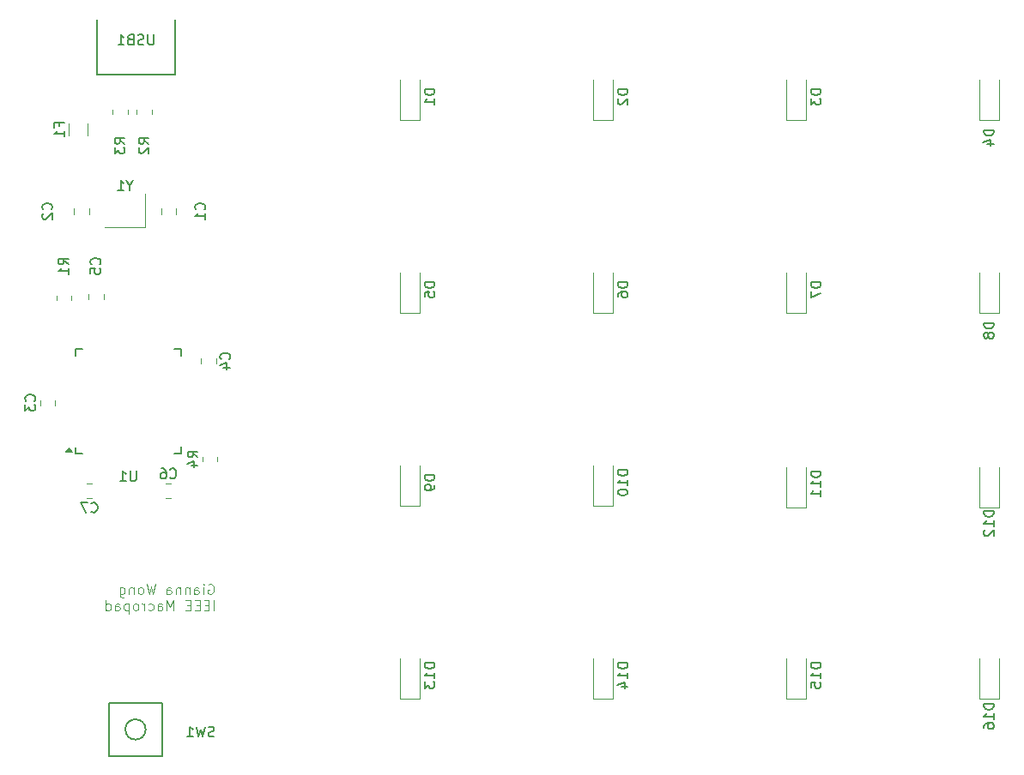
<source format=gbr>
%TF.GenerationSoftware,KiCad,Pcbnew,8.0.0*%
%TF.CreationDate,2025-01-29T17:19:00-08:00*%
%TF.ProjectId,IEEE-Macropad,49454545-2d4d-4616-9372-6f7061642e6b,rev?*%
%TF.SameCoordinates,Original*%
%TF.FileFunction,Legend,Bot*%
%TF.FilePolarity,Positive*%
%FSLAX46Y46*%
G04 Gerber Fmt 4.6, Leading zero omitted, Abs format (unit mm)*
G04 Created by KiCad (PCBNEW 8.0.0) date 2025-01-29 17:19:00*
%MOMM*%
%LPD*%
G01*
G04 APERTURE LIST*
%ADD10C,0.100000*%
%ADD11C,0.150000*%
%ADD12C,0.120000*%
G04 APERTURE END LIST*
D10*
X145222306Y-82241344D02*
X145317544Y-82193725D01*
X145317544Y-82193725D02*
X145460401Y-82193725D01*
X145460401Y-82193725D02*
X145603258Y-82241344D01*
X145603258Y-82241344D02*
X145698496Y-82336582D01*
X145698496Y-82336582D02*
X145746115Y-82431820D01*
X145746115Y-82431820D02*
X145793734Y-82622296D01*
X145793734Y-82622296D02*
X145793734Y-82765153D01*
X145793734Y-82765153D02*
X145746115Y-82955629D01*
X145746115Y-82955629D02*
X145698496Y-83050867D01*
X145698496Y-83050867D02*
X145603258Y-83146106D01*
X145603258Y-83146106D02*
X145460401Y-83193725D01*
X145460401Y-83193725D02*
X145365163Y-83193725D01*
X145365163Y-83193725D02*
X145222306Y-83146106D01*
X145222306Y-83146106D02*
X145174687Y-83098486D01*
X145174687Y-83098486D02*
X145174687Y-82765153D01*
X145174687Y-82765153D02*
X145365163Y-82765153D01*
X144746115Y-83193725D02*
X144746115Y-82527058D01*
X144746115Y-82193725D02*
X144793734Y-82241344D01*
X144793734Y-82241344D02*
X144746115Y-82288963D01*
X144746115Y-82288963D02*
X144698496Y-82241344D01*
X144698496Y-82241344D02*
X144746115Y-82193725D01*
X144746115Y-82193725D02*
X144746115Y-82288963D01*
X143841354Y-83193725D02*
X143841354Y-82669915D01*
X143841354Y-82669915D02*
X143888973Y-82574677D01*
X143888973Y-82574677D02*
X143984211Y-82527058D01*
X143984211Y-82527058D02*
X144174687Y-82527058D01*
X144174687Y-82527058D02*
X144269925Y-82574677D01*
X143841354Y-83146106D02*
X143936592Y-83193725D01*
X143936592Y-83193725D02*
X144174687Y-83193725D01*
X144174687Y-83193725D02*
X144269925Y-83146106D01*
X144269925Y-83146106D02*
X144317544Y-83050867D01*
X144317544Y-83050867D02*
X144317544Y-82955629D01*
X144317544Y-82955629D02*
X144269925Y-82860391D01*
X144269925Y-82860391D02*
X144174687Y-82812772D01*
X144174687Y-82812772D02*
X143936592Y-82812772D01*
X143936592Y-82812772D02*
X143841354Y-82765153D01*
X143365163Y-82527058D02*
X143365163Y-83193725D01*
X143365163Y-82622296D02*
X143317544Y-82574677D01*
X143317544Y-82574677D02*
X143222306Y-82527058D01*
X143222306Y-82527058D02*
X143079449Y-82527058D01*
X143079449Y-82527058D02*
X142984211Y-82574677D01*
X142984211Y-82574677D02*
X142936592Y-82669915D01*
X142936592Y-82669915D02*
X142936592Y-83193725D01*
X142460401Y-82527058D02*
X142460401Y-83193725D01*
X142460401Y-82622296D02*
X142412782Y-82574677D01*
X142412782Y-82574677D02*
X142317544Y-82527058D01*
X142317544Y-82527058D02*
X142174687Y-82527058D01*
X142174687Y-82527058D02*
X142079449Y-82574677D01*
X142079449Y-82574677D02*
X142031830Y-82669915D01*
X142031830Y-82669915D02*
X142031830Y-83193725D01*
X141127068Y-83193725D02*
X141127068Y-82669915D01*
X141127068Y-82669915D02*
X141174687Y-82574677D01*
X141174687Y-82574677D02*
X141269925Y-82527058D01*
X141269925Y-82527058D02*
X141460401Y-82527058D01*
X141460401Y-82527058D02*
X141555639Y-82574677D01*
X141127068Y-83146106D02*
X141222306Y-83193725D01*
X141222306Y-83193725D02*
X141460401Y-83193725D01*
X141460401Y-83193725D02*
X141555639Y-83146106D01*
X141555639Y-83146106D02*
X141603258Y-83050867D01*
X141603258Y-83050867D02*
X141603258Y-82955629D01*
X141603258Y-82955629D02*
X141555639Y-82860391D01*
X141555639Y-82860391D02*
X141460401Y-82812772D01*
X141460401Y-82812772D02*
X141222306Y-82812772D01*
X141222306Y-82812772D02*
X141127068Y-82765153D01*
X139984210Y-82193725D02*
X139746115Y-83193725D01*
X139746115Y-83193725D02*
X139555639Y-82479439D01*
X139555639Y-82479439D02*
X139365163Y-83193725D01*
X139365163Y-83193725D02*
X139127068Y-82193725D01*
X138603258Y-83193725D02*
X138698496Y-83146106D01*
X138698496Y-83146106D02*
X138746115Y-83098486D01*
X138746115Y-83098486D02*
X138793734Y-83003248D01*
X138793734Y-83003248D02*
X138793734Y-82717534D01*
X138793734Y-82717534D02*
X138746115Y-82622296D01*
X138746115Y-82622296D02*
X138698496Y-82574677D01*
X138698496Y-82574677D02*
X138603258Y-82527058D01*
X138603258Y-82527058D02*
X138460401Y-82527058D01*
X138460401Y-82527058D02*
X138365163Y-82574677D01*
X138365163Y-82574677D02*
X138317544Y-82622296D01*
X138317544Y-82622296D02*
X138269925Y-82717534D01*
X138269925Y-82717534D02*
X138269925Y-83003248D01*
X138269925Y-83003248D02*
X138317544Y-83098486D01*
X138317544Y-83098486D02*
X138365163Y-83146106D01*
X138365163Y-83146106D02*
X138460401Y-83193725D01*
X138460401Y-83193725D02*
X138603258Y-83193725D01*
X137841353Y-82527058D02*
X137841353Y-83193725D01*
X137841353Y-82622296D02*
X137793734Y-82574677D01*
X137793734Y-82574677D02*
X137698496Y-82527058D01*
X137698496Y-82527058D02*
X137555639Y-82527058D01*
X137555639Y-82527058D02*
X137460401Y-82574677D01*
X137460401Y-82574677D02*
X137412782Y-82669915D01*
X137412782Y-82669915D02*
X137412782Y-83193725D01*
X136508020Y-82527058D02*
X136508020Y-83336582D01*
X136508020Y-83336582D02*
X136555639Y-83431820D01*
X136555639Y-83431820D02*
X136603258Y-83479439D01*
X136603258Y-83479439D02*
X136698496Y-83527058D01*
X136698496Y-83527058D02*
X136841353Y-83527058D01*
X136841353Y-83527058D02*
X136936591Y-83479439D01*
X136508020Y-83146106D02*
X136603258Y-83193725D01*
X136603258Y-83193725D02*
X136793734Y-83193725D01*
X136793734Y-83193725D02*
X136888972Y-83146106D01*
X136888972Y-83146106D02*
X136936591Y-83098486D01*
X136936591Y-83098486D02*
X136984210Y-83003248D01*
X136984210Y-83003248D02*
X136984210Y-82717534D01*
X136984210Y-82717534D02*
X136936591Y-82622296D01*
X136936591Y-82622296D02*
X136888972Y-82574677D01*
X136888972Y-82574677D02*
X136793734Y-82527058D01*
X136793734Y-82527058D02*
X136603258Y-82527058D01*
X136603258Y-82527058D02*
X136508020Y-82574677D01*
X145746115Y-84803669D02*
X145746115Y-83803669D01*
X145269925Y-84279859D02*
X144936592Y-84279859D01*
X144793735Y-84803669D02*
X145269925Y-84803669D01*
X145269925Y-84803669D02*
X145269925Y-83803669D01*
X145269925Y-83803669D02*
X144793735Y-83803669D01*
X144365163Y-84279859D02*
X144031830Y-84279859D01*
X143888973Y-84803669D02*
X144365163Y-84803669D01*
X144365163Y-84803669D02*
X144365163Y-83803669D01*
X144365163Y-83803669D02*
X143888973Y-83803669D01*
X143460401Y-84279859D02*
X143127068Y-84279859D01*
X142984211Y-84803669D02*
X143460401Y-84803669D01*
X143460401Y-84803669D02*
X143460401Y-83803669D01*
X143460401Y-83803669D02*
X142984211Y-83803669D01*
X141793734Y-84803669D02*
X141793734Y-83803669D01*
X141793734Y-83803669D02*
X141460401Y-84517954D01*
X141460401Y-84517954D02*
X141127068Y-83803669D01*
X141127068Y-83803669D02*
X141127068Y-84803669D01*
X140222306Y-84803669D02*
X140222306Y-84279859D01*
X140222306Y-84279859D02*
X140269925Y-84184621D01*
X140269925Y-84184621D02*
X140365163Y-84137002D01*
X140365163Y-84137002D02*
X140555639Y-84137002D01*
X140555639Y-84137002D02*
X140650877Y-84184621D01*
X140222306Y-84756050D02*
X140317544Y-84803669D01*
X140317544Y-84803669D02*
X140555639Y-84803669D01*
X140555639Y-84803669D02*
X140650877Y-84756050D01*
X140650877Y-84756050D02*
X140698496Y-84660811D01*
X140698496Y-84660811D02*
X140698496Y-84565573D01*
X140698496Y-84565573D02*
X140650877Y-84470335D01*
X140650877Y-84470335D02*
X140555639Y-84422716D01*
X140555639Y-84422716D02*
X140317544Y-84422716D01*
X140317544Y-84422716D02*
X140222306Y-84375097D01*
X139317544Y-84756050D02*
X139412782Y-84803669D01*
X139412782Y-84803669D02*
X139603258Y-84803669D01*
X139603258Y-84803669D02*
X139698496Y-84756050D01*
X139698496Y-84756050D02*
X139746115Y-84708430D01*
X139746115Y-84708430D02*
X139793734Y-84613192D01*
X139793734Y-84613192D02*
X139793734Y-84327478D01*
X139793734Y-84327478D02*
X139746115Y-84232240D01*
X139746115Y-84232240D02*
X139698496Y-84184621D01*
X139698496Y-84184621D02*
X139603258Y-84137002D01*
X139603258Y-84137002D02*
X139412782Y-84137002D01*
X139412782Y-84137002D02*
X139317544Y-84184621D01*
X138888972Y-84803669D02*
X138888972Y-84137002D01*
X138888972Y-84327478D02*
X138841353Y-84232240D01*
X138841353Y-84232240D02*
X138793734Y-84184621D01*
X138793734Y-84184621D02*
X138698496Y-84137002D01*
X138698496Y-84137002D02*
X138603258Y-84137002D01*
X138127067Y-84803669D02*
X138222305Y-84756050D01*
X138222305Y-84756050D02*
X138269924Y-84708430D01*
X138269924Y-84708430D02*
X138317543Y-84613192D01*
X138317543Y-84613192D02*
X138317543Y-84327478D01*
X138317543Y-84327478D02*
X138269924Y-84232240D01*
X138269924Y-84232240D02*
X138222305Y-84184621D01*
X138222305Y-84184621D02*
X138127067Y-84137002D01*
X138127067Y-84137002D02*
X137984210Y-84137002D01*
X137984210Y-84137002D02*
X137888972Y-84184621D01*
X137888972Y-84184621D02*
X137841353Y-84232240D01*
X137841353Y-84232240D02*
X137793734Y-84327478D01*
X137793734Y-84327478D02*
X137793734Y-84613192D01*
X137793734Y-84613192D02*
X137841353Y-84708430D01*
X137841353Y-84708430D02*
X137888972Y-84756050D01*
X137888972Y-84756050D02*
X137984210Y-84803669D01*
X137984210Y-84803669D02*
X138127067Y-84803669D01*
X137365162Y-84137002D02*
X137365162Y-85137002D01*
X137365162Y-84184621D02*
X137269924Y-84137002D01*
X137269924Y-84137002D02*
X137079448Y-84137002D01*
X137079448Y-84137002D02*
X136984210Y-84184621D01*
X136984210Y-84184621D02*
X136936591Y-84232240D01*
X136936591Y-84232240D02*
X136888972Y-84327478D01*
X136888972Y-84327478D02*
X136888972Y-84613192D01*
X136888972Y-84613192D02*
X136936591Y-84708430D01*
X136936591Y-84708430D02*
X136984210Y-84756050D01*
X136984210Y-84756050D02*
X137079448Y-84803669D01*
X137079448Y-84803669D02*
X137269924Y-84803669D01*
X137269924Y-84803669D02*
X137365162Y-84756050D01*
X136031829Y-84803669D02*
X136031829Y-84279859D01*
X136031829Y-84279859D02*
X136079448Y-84184621D01*
X136079448Y-84184621D02*
X136174686Y-84137002D01*
X136174686Y-84137002D02*
X136365162Y-84137002D01*
X136365162Y-84137002D02*
X136460400Y-84184621D01*
X136031829Y-84756050D02*
X136127067Y-84803669D01*
X136127067Y-84803669D02*
X136365162Y-84803669D01*
X136365162Y-84803669D02*
X136460400Y-84756050D01*
X136460400Y-84756050D02*
X136508019Y-84660811D01*
X136508019Y-84660811D02*
X136508019Y-84565573D01*
X136508019Y-84565573D02*
X136460400Y-84470335D01*
X136460400Y-84470335D02*
X136365162Y-84422716D01*
X136365162Y-84422716D02*
X136127067Y-84422716D01*
X136127067Y-84422716D02*
X136031829Y-84375097D01*
X135127067Y-84803669D02*
X135127067Y-83803669D01*
X135127067Y-84756050D02*
X135222305Y-84803669D01*
X135222305Y-84803669D02*
X135412781Y-84803669D01*
X135412781Y-84803669D02*
X135508019Y-84756050D01*
X135508019Y-84756050D02*
X135555638Y-84708430D01*
X135555638Y-84708430D02*
X135603257Y-84613192D01*
X135603257Y-84613192D02*
X135603257Y-84327478D01*
X135603257Y-84327478D02*
X135555638Y-84232240D01*
X135555638Y-84232240D02*
X135508019Y-84184621D01*
X135508019Y-84184621D02*
X135412781Y-84137002D01*
X135412781Y-84137002D02*
X135222305Y-84137002D01*
X135222305Y-84137002D02*
X135127067Y-84184621D01*
D11*
X167554819Y-71430655D02*
X166554819Y-71430655D01*
X166554819Y-71430655D02*
X166554819Y-71668750D01*
X166554819Y-71668750D02*
X166602438Y-71811607D01*
X166602438Y-71811607D02*
X166697676Y-71906845D01*
X166697676Y-71906845D02*
X166792914Y-71954464D01*
X166792914Y-71954464D02*
X166983390Y-72002083D01*
X166983390Y-72002083D02*
X167126247Y-72002083D01*
X167126247Y-72002083D02*
X167316723Y-71954464D01*
X167316723Y-71954464D02*
X167411961Y-71906845D01*
X167411961Y-71906845D02*
X167507200Y-71811607D01*
X167507200Y-71811607D02*
X167554819Y-71668750D01*
X167554819Y-71668750D02*
X167554819Y-71430655D01*
X167554819Y-72478274D02*
X167554819Y-72668750D01*
X167554819Y-72668750D02*
X167507200Y-72763988D01*
X167507200Y-72763988D02*
X167459580Y-72811607D01*
X167459580Y-72811607D02*
X167316723Y-72906845D01*
X167316723Y-72906845D02*
X167126247Y-72954464D01*
X167126247Y-72954464D02*
X166745295Y-72954464D01*
X166745295Y-72954464D02*
X166650057Y-72906845D01*
X166650057Y-72906845D02*
X166602438Y-72859226D01*
X166602438Y-72859226D02*
X166554819Y-72763988D01*
X166554819Y-72763988D02*
X166554819Y-72573512D01*
X166554819Y-72573512D02*
X166602438Y-72478274D01*
X166602438Y-72478274D02*
X166650057Y-72430655D01*
X166650057Y-72430655D02*
X166745295Y-72383036D01*
X166745295Y-72383036D02*
X166983390Y-72383036D01*
X166983390Y-72383036D02*
X167078628Y-72430655D01*
X167078628Y-72430655D02*
X167126247Y-72478274D01*
X167126247Y-72478274D02*
X167173866Y-72573512D01*
X167173866Y-72573512D02*
X167173866Y-72763988D01*
X167173866Y-72763988D02*
X167126247Y-72859226D01*
X167126247Y-72859226D02*
X167078628Y-72906845D01*
X167078628Y-72906845D02*
X166983390Y-72954464D01*
X139850594Y-27943069D02*
X139850594Y-28752592D01*
X139850594Y-28752592D02*
X139802975Y-28847830D01*
X139802975Y-28847830D02*
X139755356Y-28895450D01*
X139755356Y-28895450D02*
X139660118Y-28943069D01*
X139660118Y-28943069D02*
X139469642Y-28943069D01*
X139469642Y-28943069D02*
X139374404Y-28895450D01*
X139374404Y-28895450D02*
X139326785Y-28847830D01*
X139326785Y-28847830D02*
X139279166Y-28752592D01*
X139279166Y-28752592D02*
X139279166Y-27943069D01*
X138850594Y-28895450D02*
X138707737Y-28943069D01*
X138707737Y-28943069D02*
X138469642Y-28943069D01*
X138469642Y-28943069D02*
X138374404Y-28895450D01*
X138374404Y-28895450D02*
X138326785Y-28847830D01*
X138326785Y-28847830D02*
X138279166Y-28752592D01*
X138279166Y-28752592D02*
X138279166Y-28657354D01*
X138279166Y-28657354D02*
X138326785Y-28562116D01*
X138326785Y-28562116D02*
X138374404Y-28514497D01*
X138374404Y-28514497D02*
X138469642Y-28466878D01*
X138469642Y-28466878D02*
X138660118Y-28419259D01*
X138660118Y-28419259D02*
X138755356Y-28371640D01*
X138755356Y-28371640D02*
X138802975Y-28324021D01*
X138802975Y-28324021D02*
X138850594Y-28228783D01*
X138850594Y-28228783D02*
X138850594Y-28133545D01*
X138850594Y-28133545D02*
X138802975Y-28038307D01*
X138802975Y-28038307D02*
X138755356Y-27990688D01*
X138755356Y-27990688D02*
X138660118Y-27943069D01*
X138660118Y-27943069D02*
X138422023Y-27943069D01*
X138422023Y-27943069D02*
X138279166Y-27990688D01*
X137517261Y-28419259D02*
X137374404Y-28466878D01*
X137374404Y-28466878D02*
X137326785Y-28514497D01*
X137326785Y-28514497D02*
X137279166Y-28609735D01*
X137279166Y-28609735D02*
X137279166Y-28752592D01*
X137279166Y-28752592D02*
X137326785Y-28847830D01*
X137326785Y-28847830D02*
X137374404Y-28895450D01*
X137374404Y-28895450D02*
X137469642Y-28943069D01*
X137469642Y-28943069D02*
X137850594Y-28943069D01*
X137850594Y-28943069D02*
X137850594Y-27943069D01*
X137850594Y-27943069D02*
X137517261Y-27943069D01*
X137517261Y-27943069D02*
X137422023Y-27990688D01*
X137422023Y-27990688D02*
X137374404Y-28038307D01*
X137374404Y-28038307D02*
X137326785Y-28133545D01*
X137326785Y-28133545D02*
X137326785Y-28228783D01*
X137326785Y-28228783D02*
X137374404Y-28324021D01*
X137374404Y-28324021D02*
X137422023Y-28371640D01*
X137422023Y-28371640D02*
X137517261Y-28419259D01*
X137517261Y-28419259D02*
X137850594Y-28419259D01*
X136326785Y-28943069D02*
X136898213Y-28943069D01*
X136612499Y-28943069D02*
X136612499Y-27943069D01*
X136612499Y-27943069D02*
X136707737Y-28085926D01*
X136707737Y-28085926D02*
X136802975Y-28181164D01*
X136802975Y-28181164D02*
X136898213Y-28228783D01*
X145795832Y-97244700D02*
X145652975Y-97292319D01*
X145652975Y-97292319D02*
X145414880Y-97292319D01*
X145414880Y-97292319D02*
X145319642Y-97244700D01*
X145319642Y-97244700D02*
X145272023Y-97197080D01*
X145272023Y-97197080D02*
X145224404Y-97101842D01*
X145224404Y-97101842D02*
X145224404Y-97006604D01*
X145224404Y-97006604D02*
X145272023Y-96911366D01*
X145272023Y-96911366D02*
X145319642Y-96863747D01*
X145319642Y-96863747D02*
X145414880Y-96816128D01*
X145414880Y-96816128D02*
X145605356Y-96768509D01*
X145605356Y-96768509D02*
X145700594Y-96720890D01*
X145700594Y-96720890D02*
X145748213Y-96673271D01*
X145748213Y-96673271D02*
X145795832Y-96578033D01*
X145795832Y-96578033D02*
X145795832Y-96482795D01*
X145795832Y-96482795D02*
X145748213Y-96387557D01*
X145748213Y-96387557D02*
X145700594Y-96339938D01*
X145700594Y-96339938D02*
X145605356Y-96292319D01*
X145605356Y-96292319D02*
X145367261Y-96292319D01*
X145367261Y-96292319D02*
X145224404Y-96339938D01*
X144891070Y-96292319D02*
X144652975Y-97292319D01*
X144652975Y-97292319D02*
X144462499Y-96578033D01*
X144462499Y-96578033D02*
X144272023Y-97292319D01*
X144272023Y-97292319D02*
X144033928Y-96292319D01*
X143129166Y-97292319D02*
X143700594Y-97292319D01*
X143414880Y-97292319D02*
X143414880Y-96292319D01*
X143414880Y-96292319D02*
X143510118Y-96435176D01*
X143510118Y-96435176D02*
X143605356Y-96530414D01*
X143605356Y-96530414D02*
X143700594Y-96578033D01*
X186604819Y-70954464D02*
X185604819Y-70954464D01*
X185604819Y-70954464D02*
X185604819Y-71192559D01*
X185604819Y-71192559D02*
X185652438Y-71335416D01*
X185652438Y-71335416D02*
X185747676Y-71430654D01*
X185747676Y-71430654D02*
X185842914Y-71478273D01*
X185842914Y-71478273D02*
X186033390Y-71525892D01*
X186033390Y-71525892D02*
X186176247Y-71525892D01*
X186176247Y-71525892D02*
X186366723Y-71478273D01*
X186366723Y-71478273D02*
X186461961Y-71430654D01*
X186461961Y-71430654D02*
X186557200Y-71335416D01*
X186557200Y-71335416D02*
X186604819Y-71192559D01*
X186604819Y-71192559D02*
X186604819Y-70954464D01*
X186604819Y-72478273D02*
X186604819Y-71906845D01*
X186604819Y-72192559D02*
X185604819Y-72192559D01*
X185604819Y-72192559D02*
X185747676Y-72097321D01*
X185747676Y-72097321D02*
X185842914Y-72002083D01*
X185842914Y-72002083D02*
X185890533Y-71906845D01*
X185604819Y-73097321D02*
X185604819Y-73192559D01*
X185604819Y-73192559D02*
X185652438Y-73287797D01*
X185652438Y-73287797D02*
X185700057Y-73335416D01*
X185700057Y-73335416D02*
X185795295Y-73383035D01*
X185795295Y-73383035D02*
X185985771Y-73430654D01*
X185985771Y-73430654D02*
X186223866Y-73430654D01*
X186223866Y-73430654D02*
X186414342Y-73383035D01*
X186414342Y-73383035D02*
X186509580Y-73335416D01*
X186509580Y-73335416D02*
X186557200Y-73287797D01*
X186557200Y-73287797D02*
X186604819Y-73192559D01*
X186604819Y-73192559D02*
X186604819Y-73097321D01*
X186604819Y-73097321D02*
X186557200Y-73002083D01*
X186557200Y-73002083D02*
X186509580Y-72954464D01*
X186509580Y-72954464D02*
X186414342Y-72906845D01*
X186414342Y-72906845D02*
X186223866Y-72859226D01*
X186223866Y-72859226D02*
X185985771Y-72859226D01*
X185985771Y-72859226D02*
X185795295Y-72906845D01*
X185795295Y-72906845D02*
X185700057Y-72954464D01*
X185700057Y-72954464D02*
X185652438Y-73002083D01*
X185652438Y-73002083D02*
X185604819Y-73097321D01*
X186604819Y-33330655D02*
X185604819Y-33330655D01*
X185604819Y-33330655D02*
X185604819Y-33568750D01*
X185604819Y-33568750D02*
X185652438Y-33711607D01*
X185652438Y-33711607D02*
X185747676Y-33806845D01*
X185747676Y-33806845D02*
X185842914Y-33854464D01*
X185842914Y-33854464D02*
X186033390Y-33902083D01*
X186033390Y-33902083D02*
X186176247Y-33902083D01*
X186176247Y-33902083D02*
X186366723Y-33854464D01*
X186366723Y-33854464D02*
X186461961Y-33806845D01*
X186461961Y-33806845D02*
X186557200Y-33711607D01*
X186557200Y-33711607D02*
X186604819Y-33568750D01*
X186604819Y-33568750D02*
X186604819Y-33330655D01*
X185700057Y-34283036D02*
X185652438Y-34330655D01*
X185652438Y-34330655D02*
X185604819Y-34425893D01*
X185604819Y-34425893D02*
X185604819Y-34663988D01*
X185604819Y-34663988D02*
X185652438Y-34759226D01*
X185652438Y-34759226D02*
X185700057Y-34806845D01*
X185700057Y-34806845D02*
X185795295Y-34854464D01*
X185795295Y-34854464D02*
X185890533Y-34854464D01*
X185890533Y-34854464D02*
X186033390Y-34806845D01*
X186033390Y-34806845D02*
X186604819Y-34235417D01*
X186604819Y-34235417D02*
X186604819Y-34854464D01*
X167554819Y-90004464D02*
X166554819Y-90004464D01*
X166554819Y-90004464D02*
X166554819Y-90242559D01*
X166554819Y-90242559D02*
X166602438Y-90385416D01*
X166602438Y-90385416D02*
X166697676Y-90480654D01*
X166697676Y-90480654D02*
X166792914Y-90528273D01*
X166792914Y-90528273D02*
X166983390Y-90575892D01*
X166983390Y-90575892D02*
X167126247Y-90575892D01*
X167126247Y-90575892D02*
X167316723Y-90528273D01*
X167316723Y-90528273D02*
X167411961Y-90480654D01*
X167411961Y-90480654D02*
X167507200Y-90385416D01*
X167507200Y-90385416D02*
X167554819Y-90242559D01*
X167554819Y-90242559D02*
X167554819Y-90004464D01*
X167554819Y-91528273D02*
X167554819Y-90956845D01*
X167554819Y-91242559D02*
X166554819Y-91242559D01*
X166554819Y-91242559D02*
X166697676Y-91147321D01*
X166697676Y-91147321D02*
X166792914Y-91052083D01*
X166792914Y-91052083D02*
X166840533Y-90956845D01*
X166554819Y-91861607D02*
X166554819Y-92480654D01*
X166554819Y-92480654D02*
X166935771Y-92147321D01*
X166935771Y-92147321D02*
X166935771Y-92290178D01*
X166935771Y-92290178D02*
X166983390Y-92385416D01*
X166983390Y-92385416D02*
X167031009Y-92433035D01*
X167031009Y-92433035D02*
X167126247Y-92480654D01*
X167126247Y-92480654D02*
X167364342Y-92480654D01*
X167364342Y-92480654D02*
X167459580Y-92433035D01*
X167459580Y-92433035D02*
X167507200Y-92385416D01*
X167507200Y-92385416D02*
X167554819Y-92290178D01*
X167554819Y-92290178D02*
X167554819Y-92004464D01*
X167554819Y-92004464D02*
X167507200Y-91909226D01*
X167507200Y-91909226D02*
X167459580Y-91861607D01*
X205654819Y-71079464D02*
X204654819Y-71079464D01*
X204654819Y-71079464D02*
X204654819Y-71317559D01*
X204654819Y-71317559D02*
X204702438Y-71460416D01*
X204702438Y-71460416D02*
X204797676Y-71555654D01*
X204797676Y-71555654D02*
X204892914Y-71603273D01*
X204892914Y-71603273D02*
X205083390Y-71650892D01*
X205083390Y-71650892D02*
X205226247Y-71650892D01*
X205226247Y-71650892D02*
X205416723Y-71603273D01*
X205416723Y-71603273D02*
X205511961Y-71555654D01*
X205511961Y-71555654D02*
X205607200Y-71460416D01*
X205607200Y-71460416D02*
X205654819Y-71317559D01*
X205654819Y-71317559D02*
X205654819Y-71079464D01*
X205654819Y-72603273D02*
X205654819Y-72031845D01*
X205654819Y-72317559D02*
X204654819Y-72317559D01*
X204654819Y-72317559D02*
X204797676Y-72222321D01*
X204797676Y-72222321D02*
X204892914Y-72127083D01*
X204892914Y-72127083D02*
X204940533Y-72031845D01*
X205654819Y-73555654D02*
X205654819Y-72984226D01*
X205654819Y-73269940D02*
X204654819Y-73269940D01*
X204654819Y-73269940D02*
X204797676Y-73174702D01*
X204797676Y-73174702D02*
X204892914Y-73079464D01*
X204892914Y-73079464D02*
X204940533Y-72984226D01*
X136979819Y-38727083D02*
X136503628Y-38393750D01*
X136979819Y-38155655D02*
X135979819Y-38155655D01*
X135979819Y-38155655D02*
X135979819Y-38536607D01*
X135979819Y-38536607D02*
X136027438Y-38631845D01*
X136027438Y-38631845D02*
X136075057Y-38679464D01*
X136075057Y-38679464D02*
X136170295Y-38727083D01*
X136170295Y-38727083D02*
X136313152Y-38727083D01*
X136313152Y-38727083D02*
X136408390Y-38679464D01*
X136408390Y-38679464D02*
X136456009Y-38631845D01*
X136456009Y-38631845D02*
X136503628Y-38536607D01*
X136503628Y-38536607D02*
X136503628Y-38155655D01*
X135979819Y-39060417D02*
X135979819Y-39679464D01*
X135979819Y-39679464D02*
X136360771Y-39346131D01*
X136360771Y-39346131D02*
X136360771Y-39488988D01*
X136360771Y-39488988D02*
X136408390Y-39584226D01*
X136408390Y-39584226D02*
X136456009Y-39631845D01*
X136456009Y-39631845D02*
X136551247Y-39679464D01*
X136551247Y-39679464D02*
X136789342Y-39679464D01*
X136789342Y-39679464D02*
X136884580Y-39631845D01*
X136884580Y-39631845D02*
X136932200Y-39584226D01*
X136932200Y-39584226D02*
X136979819Y-39488988D01*
X136979819Y-39488988D02*
X136979819Y-39203274D01*
X136979819Y-39203274D02*
X136932200Y-39108036D01*
X136932200Y-39108036D02*
X136884580Y-39060417D01*
X141454166Y-71704580D02*
X141501785Y-71752200D01*
X141501785Y-71752200D02*
X141644642Y-71799819D01*
X141644642Y-71799819D02*
X141739880Y-71799819D01*
X141739880Y-71799819D02*
X141882737Y-71752200D01*
X141882737Y-71752200D02*
X141977975Y-71656961D01*
X141977975Y-71656961D02*
X142025594Y-71561723D01*
X142025594Y-71561723D02*
X142073213Y-71371247D01*
X142073213Y-71371247D02*
X142073213Y-71228390D01*
X142073213Y-71228390D02*
X142025594Y-71037914D01*
X142025594Y-71037914D02*
X141977975Y-70942676D01*
X141977975Y-70942676D02*
X141882737Y-70847438D01*
X141882737Y-70847438D02*
X141739880Y-70799819D01*
X141739880Y-70799819D02*
X141644642Y-70799819D01*
X141644642Y-70799819D02*
X141501785Y-70847438D01*
X141501785Y-70847438D02*
X141454166Y-70895057D01*
X140597023Y-70799819D02*
X140787499Y-70799819D01*
X140787499Y-70799819D02*
X140882737Y-70847438D01*
X140882737Y-70847438D02*
X140930356Y-70895057D01*
X140930356Y-70895057D02*
X141025594Y-71037914D01*
X141025594Y-71037914D02*
X141073213Y-71228390D01*
X141073213Y-71228390D02*
X141073213Y-71609342D01*
X141073213Y-71609342D02*
X141025594Y-71704580D01*
X141025594Y-71704580D02*
X140977975Y-71752200D01*
X140977975Y-71752200D02*
X140882737Y-71799819D01*
X140882737Y-71799819D02*
X140692261Y-71799819D01*
X140692261Y-71799819D02*
X140597023Y-71752200D01*
X140597023Y-71752200D02*
X140549404Y-71704580D01*
X140549404Y-71704580D02*
X140501785Y-71609342D01*
X140501785Y-71609342D02*
X140501785Y-71371247D01*
X140501785Y-71371247D02*
X140549404Y-71276009D01*
X140549404Y-71276009D02*
X140597023Y-71228390D01*
X140597023Y-71228390D02*
X140692261Y-71180771D01*
X140692261Y-71180771D02*
X140882737Y-71180771D01*
X140882737Y-71180771D02*
X140977975Y-71228390D01*
X140977975Y-71228390D02*
X141025594Y-71276009D01*
X141025594Y-71276009D02*
X141073213Y-71371247D01*
X167554819Y-52380655D02*
X166554819Y-52380655D01*
X166554819Y-52380655D02*
X166554819Y-52618750D01*
X166554819Y-52618750D02*
X166602438Y-52761607D01*
X166602438Y-52761607D02*
X166697676Y-52856845D01*
X166697676Y-52856845D02*
X166792914Y-52904464D01*
X166792914Y-52904464D02*
X166983390Y-52952083D01*
X166983390Y-52952083D02*
X167126247Y-52952083D01*
X167126247Y-52952083D02*
X167316723Y-52904464D01*
X167316723Y-52904464D02*
X167411961Y-52856845D01*
X167411961Y-52856845D02*
X167507200Y-52761607D01*
X167507200Y-52761607D02*
X167554819Y-52618750D01*
X167554819Y-52618750D02*
X167554819Y-52380655D01*
X166554819Y-53856845D02*
X166554819Y-53380655D01*
X166554819Y-53380655D02*
X167031009Y-53333036D01*
X167031009Y-53333036D02*
X166983390Y-53380655D01*
X166983390Y-53380655D02*
X166935771Y-53475893D01*
X166935771Y-53475893D02*
X166935771Y-53713988D01*
X166935771Y-53713988D02*
X166983390Y-53809226D01*
X166983390Y-53809226D02*
X167031009Y-53856845D01*
X167031009Y-53856845D02*
X167126247Y-53904464D01*
X167126247Y-53904464D02*
X167364342Y-53904464D01*
X167364342Y-53904464D02*
X167459580Y-53856845D01*
X167459580Y-53856845D02*
X167507200Y-53809226D01*
X167507200Y-53809226D02*
X167554819Y-53713988D01*
X167554819Y-53713988D02*
X167554819Y-53475893D01*
X167554819Y-53475893D02*
X167507200Y-53380655D01*
X167507200Y-53380655D02*
X167459580Y-53333036D01*
X222704819Y-37361905D02*
X221704819Y-37361905D01*
X221704819Y-37361905D02*
X221704819Y-37600000D01*
X221704819Y-37600000D02*
X221752438Y-37742857D01*
X221752438Y-37742857D02*
X221847676Y-37838095D01*
X221847676Y-37838095D02*
X221942914Y-37885714D01*
X221942914Y-37885714D02*
X222133390Y-37933333D01*
X222133390Y-37933333D02*
X222276247Y-37933333D01*
X222276247Y-37933333D02*
X222466723Y-37885714D01*
X222466723Y-37885714D02*
X222561961Y-37838095D01*
X222561961Y-37838095D02*
X222657200Y-37742857D01*
X222657200Y-37742857D02*
X222704819Y-37600000D01*
X222704819Y-37600000D02*
X222704819Y-37361905D01*
X222038152Y-38790476D02*
X222704819Y-38790476D01*
X221657200Y-38552381D02*
X222371485Y-38314286D01*
X222371485Y-38314286D02*
X222371485Y-38933333D01*
X131423569Y-50633333D02*
X130947378Y-50300000D01*
X131423569Y-50061905D02*
X130423569Y-50061905D01*
X130423569Y-50061905D02*
X130423569Y-50442857D01*
X130423569Y-50442857D02*
X130471188Y-50538095D01*
X130471188Y-50538095D02*
X130518807Y-50585714D01*
X130518807Y-50585714D02*
X130614045Y-50633333D01*
X130614045Y-50633333D02*
X130756902Y-50633333D01*
X130756902Y-50633333D02*
X130852140Y-50585714D01*
X130852140Y-50585714D02*
X130899759Y-50538095D01*
X130899759Y-50538095D02*
X130947378Y-50442857D01*
X130947378Y-50442857D02*
X130947378Y-50061905D01*
X131423569Y-51585714D02*
X131423569Y-51014286D01*
X131423569Y-51300000D02*
X130423569Y-51300000D01*
X130423569Y-51300000D02*
X130566426Y-51204762D01*
X130566426Y-51204762D02*
X130661664Y-51109524D01*
X130661664Y-51109524D02*
X130709283Y-51014286D01*
X167554819Y-33330655D02*
X166554819Y-33330655D01*
X166554819Y-33330655D02*
X166554819Y-33568750D01*
X166554819Y-33568750D02*
X166602438Y-33711607D01*
X166602438Y-33711607D02*
X166697676Y-33806845D01*
X166697676Y-33806845D02*
X166792914Y-33854464D01*
X166792914Y-33854464D02*
X166983390Y-33902083D01*
X166983390Y-33902083D02*
X167126247Y-33902083D01*
X167126247Y-33902083D02*
X167316723Y-33854464D01*
X167316723Y-33854464D02*
X167411961Y-33806845D01*
X167411961Y-33806845D02*
X167507200Y-33711607D01*
X167507200Y-33711607D02*
X167554819Y-33568750D01*
X167554819Y-33568750D02*
X167554819Y-33330655D01*
X167554819Y-34854464D02*
X167554819Y-34283036D01*
X167554819Y-34568750D02*
X166554819Y-34568750D01*
X166554819Y-34568750D02*
X166697676Y-34473512D01*
X166697676Y-34473512D02*
X166792914Y-34378274D01*
X166792914Y-34378274D02*
X166840533Y-34283036D01*
X133672916Y-75064580D02*
X133720535Y-75112200D01*
X133720535Y-75112200D02*
X133863392Y-75159819D01*
X133863392Y-75159819D02*
X133958630Y-75159819D01*
X133958630Y-75159819D02*
X134101487Y-75112200D01*
X134101487Y-75112200D02*
X134196725Y-75016961D01*
X134196725Y-75016961D02*
X134244344Y-74921723D01*
X134244344Y-74921723D02*
X134291963Y-74731247D01*
X134291963Y-74731247D02*
X134291963Y-74588390D01*
X134291963Y-74588390D02*
X134244344Y-74397914D01*
X134244344Y-74397914D02*
X134196725Y-74302676D01*
X134196725Y-74302676D02*
X134101487Y-74207438D01*
X134101487Y-74207438D02*
X133958630Y-74159819D01*
X133958630Y-74159819D02*
X133863392Y-74159819D01*
X133863392Y-74159819D02*
X133720535Y-74207438D01*
X133720535Y-74207438D02*
X133672916Y-74255057D01*
X133339582Y-74159819D02*
X132672916Y-74159819D01*
X132672916Y-74159819D02*
X133101487Y-75159819D01*
X222704819Y-94035714D02*
X221704819Y-94035714D01*
X221704819Y-94035714D02*
X221704819Y-94273809D01*
X221704819Y-94273809D02*
X221752438Y-94416666D01*
X221752438Y-94416666D02*
X221847676Y-94511904D01*
X221847676Y-94511904D02*
X221942914Y-94559523D01*
X221942914Y-94559523D02*
X222133390Y-94607142D01*
X222133390Y-94607142D02*
X222276247Y-94607142D01*
X222276247Y-94607142D02*
X222466723Y-94559523D01*
X222466723Y-94559523D02*
X222561961Y-94511904D01*
X222561961Y-94511904D02*
X222657200Y-94416666D01*
X222657200Y-94416666D02*
X222704819Y-94273809D01*
X222704819Y-94273809D02*
X222704819Y-94035714D01*
X222704819Y-95559523D02*
X222704819Y-94988095D01*
X222704819Y-95273809D02*
X221704819Y-95273809D01*
X221704819Y-95273809D02*
X221847676Y-95178571D01*
X221847676Y-95178571D02*
X221942914Y-95083333D01*
X221942914Y-95083333D02*
X221990533Y-94988095D01*
X221704819Y-96416666D02*
X221704819Y-96226190D01*
X221704819Y-96226190D02*
X221752438Y-96130952D01*
X221752438Y-96130952D02*
X221800057Y-96083333D01*
X221800057Y-96083333D02*
X221942914Y-95988095D01*
X221942914Y-95988095D02*
X222133390Y-95940476D01*
X222133390Y-95940476D02*
X222514342Y-95940476D01*
X222514342Y-95940476D02*
X222609580Y-95988095D01*
X222609580Y-95988095D02*
X222657200Y-96035714D01*
X222657200Y-96035714D02*
X222704819Y-96130952D01*
X222704819Y-96130952D02*
X222704819Y-96321428D01*
X222704819Y-96321428D02*
X222657200Y-96416666D01*
X222657200Y-96416666D02*
X222609580Y-96464285D01*
X222609580Y-96464285D02*
X222514342Y-96511904D01*
X222514342Y-96511904D02*
X222276247Y-96511904D01*
X222276247Y-96511904D02*
X222181009Y-96464285D01*
X222181009Y-96464285D02*
X222133390Y-96416666D01*
X222133390Y-96416666D02*
X222085771Y-96321428D01*
X222085771Y-96321428D02*
X222085771Y-96130952D01*
X222085771Y-96130952D02*
X222133390Y-96035714D01*
X222133390Y-96035714D02*
X222181009Y-95988095D01*
X222181009Y-95988095D02*
X222276247Y-95940476D01*
X134503330Y-50633333D02*
X134550950Y-50585714D01*
X134550950Y-50585714D02*
X134598569Y-50442857D01*
X134598569Y-50442857D02*
X134598569Y-50347619D01*
X134598569Y-50347619D02*
X134550950Y-50204762D01*
X134550950Y-50204762D02*
X134455711Y-50109524D01*
X134455711Y-50109524D02*
X134360473Y-50061905D01*
X134360473Y-50061905D02*
X134169997Y-50014286D01*
X134169997Y-50014286D02*
X134027140Y-50014286D01*
X134027140Y-50014286D02*
X133836664Y-50061905D01*
X133836664Y-50061905D02*
X133741426Y-50109524D01*
X133741426Y-50109524D02*
X133646188Y-50204762D01*
X133646188Y-50204762D02*
X133598569Y-50347619D01*
X133598569Y-50347619D02*
X133598569Y-50442857D01*
X133598569Y-50442857D02*
X133646188Y-50585714D01*
X133646188Y-50585714D02*
X133693807Y-50633333D01*
X133598569Y-51538095D02*
X133598569Y-51061905D01*
X133598569Y-51061905D02*
X134074759Y-51014286D01*
X134074759Y-51014286D02*
X134027140Y-51061905D01*
X134027140Y-51061905D02*
X133979521Y-51157143D01*
X133979521Y-51157143D02*
X133979521Y-51395238D01*
X133979521Y-51395238D02*
X134027140Y-51490476D01*
X134027140Y-51490476D02*
X134074759Y-51538095D01*
X134074759Y-51538095D02*
X134169997Y-51585714D01*
X134169997Y-51585714D02*
X134408092Y-51585714D01*
X134408092Y-51585714D02*
X134503330Y-51538095D01*
X134503330Y-51538095D02*
X134550950Y-51490476D01*
X134550950Y-51490476D02*
X134598569Y-51395238D01*
X134598569Y-51395238D02*
X134598569Y-51157143D01*
X134598569Y-51157143D02*
X134550950Y-51061905D01*
X134550950Y-51061905D02*
X134503330Y-51014286D01*
X205654819Y-90004464D02*
X204654819Y-90004464D01*
X204654819Y-90004464D02*
X204654819Y-90242559D01*
X204654819Y-90242559D02*
X204702438Y-90385416D01*
X204702438Y-90385416D02*
X204797676Y-90480654D01*
X204797676Y-90480654D02*
X204892914Y-90528273D01*
X204892914Y-90528273D02*
X205083390Y-90575892D01*
X205083390Y-90575892D02*
X205226247Y-90575892D01*
X205226247Y-90575892D02*
X205416723Y-90528273D01*
X205416723Y-90528273D02*
X205511961Y-90480654D01*
X205511961Y-90480654D02*
X205607200Y-90385416D01*
X205607200Y-90385416D02*
X205654819Y-90242559D01*
X205654819Y-90242559D02*
X205654819Y-90004464D01*
X205654819Y-91528273D02*
X205654819Y-90956845D01*
X205654819Y-91242559D02*
X204654819Y-91242559D01*
X204654819Y-91242559D02*
X204797676Y-91147321D01*
X204797676Y-91147321D02*
X204892914Y-91052083D01*
X204892914Y-91052083D02*
X204940533Y-90956845D01*
X204654819Y-92433035D02*
X204654819Y-91956845D01*
X204654819Y-91956845D02*
X205131009Y-91909226D01*
X205131009Y-91909226D02*
X205083390Y-91956845D01*
X205083390Y-91956845D02*
X205035771Y-92052083D01*
X205035771Y-92052083D02*
X205035771Y-92290178D01*
X205035771Y-92290178D02*
X205083390Y-92385416D01*
X205083390Y-92385416D02*
X205131009Y-92433035D01*
X205131009Y-92433035D02*
X205226247Y-92480654D01*
X205226247Y-92480654D02*
X205464342Y-92480654D01*
X205464342Y-92480654D02*
X205559580Y-92433035D01*
X205559580Y-92433035D02*
X205607200Y-92385416D01*
X205607200Y-92385416D02*
X205654819Y-92290178D01*
X205654819Y-92290178D02*
X205654819Y-92052083D01*
X205654819Y-92052083D02*
X205607200Y-91956845D01*
X205607200Y-91956845D02*
X205559580Y-91909226D01*
X186604819Y-90004464D02*
X185604819Y-90004464D01*
X185604819Y-90004464D02*
X185604819Y-90242559D01*
X185604819Y-90242559D02*
X185652438Y-90385416D01*
X185652438Y-90385416D02*
X185747676Y-90480654D01*
X185747676Y-90480654D02*
X185842914Y-90528273D01*
X185842914Y-90528273D02*
X186033390Y-90575892D01*
X186033390Y-90575892D02*
X186176247Y-90575892D01*
X186176247Y-90575892D02*
X186366723Y-90528273D01*
X186366723Y-90528273D02*
X186461961Y-90480654D01*
X186461961Y-90480654D02*
X186557200Y-90385416D01*
X186557200Y-90385416D02*
X186604819Y-90242559D01*
X186604819Y-90242559D02*
X186604819Y-90004464D01*
X186604819Y-91528273D02*
X186604819Y-90956845D01*
X186604819Y-91242559D02*
X185604819Y-91242559D01*
X185604819Y-91242559D02*
X185747676Y-91147321D01*
X185747676Y-91147321D02*
X185842914Y-91052083D01*
X185842914Y-91052083D02*
X185890533Y-90956845D01*
X185938152Y-92385416D02*
X186604819Y-92385416D01*
X185557200Y-92147321D02*
X186271485Y-91909226D01*
X186271485Y-91909226D02*
X186271485Y-92528273D01*
X139361069Y-38727083D02*
X138884878Y-38393750D01*
X139361069Y-38155655D02*
X138361069Y-38155655D01*
X138361069Y-38155655D02*
X138361069Y-38536607D01*
X138361069Y-38536607D02*
X138408688Y-38631845D01*
X138408688Y-38631845D02*
X138456307Y-38679464D01*
X138456307Y-38679464D02*
X138551545Y-38727083D01*
X138551545Y-38727083D02*
X138694402Y-38727083D01*
X138694402Y-38727083D02*
X138789640Y-38679464D01*
X138789640Y-38679464D02*
X138837259Y-38631845D01*
X138837259Y-38631845D02*
X138884878Y-38536607D01*
X138884878Y-38536607D02*
X138884878Y-38155655D01*
X138456307Y-39108036D02*
X138408688Y-39155655D01*
X138408688Y-39155655D02*
X138361069Y-39250893D01*
X138361069Y-39250893D02*
X138361069Y-39488988D01*
X138361069Y-39488988D02*
X138408688Y-39584226D01*
X138408688Y-39584226D02*
X138456307Y-39631845D01*
X138456307Y-39631845D02*
X138551545Y-39679464D01*
X138551545Y-39679464D02*
X138646783Y-39679464D01*
X138646783Y-39679464D02*
X138789640Y-39631845D01*
X138789640Y-39631845D02*
X139361069Y-39060417D01*
X139361069Y-39060417D02*
X139361069Y-39679464D01*
X128060830Y-64127083D02*
X128108450Y-64079464D01*
X128108450Y-64079464D02*
X128156069Y-63936607D01*
X128156069Y-63936607D02*
X128156069Y-63841369D01*
X128156069Y-63841369D02*
X128108450Y-63698512D01*
X128108450Y-63698512D02*
X128013211Y-63603274D01*
X128013211Y-63603274D02*
X127917973Y-63555655D01*
X127917973Y-63555655D02*
X127727497Y-63508036D01*
X127727497Y-63508036D02*
X127584640Y-63508036D01*
X127584640Y-63508036D02*
X127394164Y-63555655D01*
X127394164Y-63555655D02*
X127298926Y-63603274D01*
X127298926Y-63603274D02*
X127203688Y-63698512D01*
X127203688Y-63698512D02*
X127156069Y-63841369D01*
X127156069Y-63841369D02*
X127156069Y-63936607D01*
X127156069Y-63936607D02*
X127203688Y-64079464D01*
X127203688Y-64079464D02*
X127251307Y-64127083D01*
X127156069Y-64460417D02*
X127156069Y-65079464D01*
X127156069Y-65079464D02*
X127537021Y-64746131D01*
X127537021Y-64746131D02*
X127537021Y-64888988D01*
X127537021Y-64888988D02*
X127584640Y-64984226D01*
X127584640Y-64984226D02*
X127632259Y-65031845D01*
X127632259Y-65031845D02*
X127727497Y-65079464D01*
X127727497Y-65079464D02*
X127965592Y-65079464D01*
X127965592Y-65079464D02*
X128060830Y-65031845D01*
X128060830Y-65031845D02*
X128108450Y-64984226D01*
X128108450Y-64984226D02*
X128156069Y-64888988D01*
X128156069Y-64888988D02*
X128156069Y-64603274D01*
X128156069Y-64603274D02*
X128108450Y-64508036D01*
X128108450Y-64508036D02*
X128060830Y-64460417D01*
X222704819Y-74985714D02*
X221704819Y-74985714D01*
X221704819Y-74985714D02*
X221704819Y-75223809D01*
X221704819Y-75223809D02*
X221752438Y-75366666D01*
X221752438Y-75366666D02*
X221847676Y-75461904D01*
X221847676Y-75461904D02*
X221942914Y-75509523D01*
X221942914Y-75509523D02*
X222133390Y-75557142D01*
X222133390Y-75557142D02*
X222276247Y-75557142D01*
X222276247Y-75557142D02*
X222466723Y-75509523D01*
X222466723Y-75509523D02*
X222561961Y-75461904D01*
X222561961Y-75461904D02*
X222657200Y-75366666D01*
X222657200Y-75366666D02*
X222704819Y-75223809D01*
X222704819Y-75223809D02*
X222704819Y-74985714D01*
X222704819Y-76509523D02*
X222704819Y-75938095D01*
X222704819Y-76223809D02*
X221704819Y-76223809D01*
X221704819Y-76223809D02*
X221847676Y-76128571D01*
X221847676Y-76128571D02*
X221942914Y-76033333D01*
X221942914Y-76033333D02*
X221990533Y-75938095D01*
X221800057Y-76890476D02*
X221752438Y-76938095D01*
X221752438Y-76938095D02*
X221704819Y-77033333D01*
X221704819Y-77033333D02*
X221704819Y-77271428D01*
X221704819Y-77271428D02*
X221752438Y-77366666D01*
X221752438Y-77366666D02*
X221800057Y-77414285D01*
X221800057Y-77414285D02*
X221895295Y-77461904D01*
X221895295Y-77461904D02*
X221990533Y-77461904D01*
X221990533Y-77461904D02*
X222133390Y-77414285D01*
X222133390Y-77414285D02*
X222704819Y-76842857D01*
X222704819Y-76842857D02*
X222704819Y-77461904D01*
X129740830Y-45233333D02*
X129788450Y-45185714D01*
X129788450Y-45185714D02*
X129836069Y-45042857D01*
X129836069Y-45042857D02*
X129836069Y-44947619D01*
X129836069Y-44947619D02*
X129788450Y-44804762D01*
X129788450Y-44804762D02*
X129693211Y-44709524D01*
X129693211Y-44709524D02*
X129597973Y-44661905D01*
X129597973Y-44661905D02*
X129407497Y-44614286D01*
X129407497Y-44614286D02*
X129264640Y-44614286D01*
X129264640Y-44614286D02*
X129074164Y-44661905D01*
X129074164Y-44661905D02*
X128978926Y-44709524D01*
X128978926Y-44709524D02*
X128883688Y-44804762D01*
X128883688Y-44804762D02*
X128836069Y-44947619D01*
X128836069Y-44947619D02*
X128836069Y-45042857D01*
X128836069Y-45042857D02*
X128883688Y-45185714D01*
X128883688Y-45185714D02*
X128931307Y-45233333D01*
X128931307Y-45614286D02*
X128883688Y-45661905D01*
X128883688Y-45661905D02*
X128836069Y-45757143D01*
X128836069Y-45757143D02*
X128836069Y-45995238D01*
X128836069Y-45995238D02*
X128883688Y-46090476D01*
X128883688Y-46090476D02*
X128931307Y-46138095D01*
X128931307Y-46138095D02*
X129026545Y-46185714D01*
X129026545Y-46185714D02*
X129121783Y-46185714D01*
X129121783Y-46185714D02*
X129264640Y-46138095D01*
X129264640Y-46138095D02*
X129836069Y-45566667D01*
X129836069Y-45566667D02*
X129836069Y-46185714D01*
X138099404Y-71054819D02*
X138099404Y-71864342D01*
X138099404Y-71864342D02*
X138051785Y-71959580D01*
X138051785Y-71959580D02*
X138004166Y-72007200D01*
X138004166Y-72007200D02*
X137908928Y-72054819D01*
X137908928Y-72054819D02*
X137718452Y-72054819D01*
X137718452Y-72054819D02*
X137623214Y-72007200D01*
X137623214Y-72007200D02*
X137575595Y-71959580D01*
X137575595Y-71959580D02*
X137527976Y-71864342D01*
X137527976Y-71864342D02*
X137527976Y-71054819D01*
X136527976Y-72054819D02*
X137099404Y-72054819D01*
X136813690Y-72054819D02*
X136813690Y-71054819D01*
X136813690Y-71054819D02*
X136908928Y-71197676D01*
X136908928Y-71197676D02*
X137004166Y-71292914D01*
X137004166Y-71292914D02*
X137099404Y-71340533D01*
X222704819Y-56411905D02*
X221704819Y-56411905D01*
X221704819Y-56411905D02*
X221704819Y-56650000D01*
X221704819Y-56650000D02*
X221752438Y-56792857D01*
X221752438Y-56792857D02*
X221847676Y-56888095D01*
X221847676Y-56888095D02*
X221942914Y-56935714D01*
X221942914Y-56935714D02*
X222133390Y-56983333D01*
X222133390Y-56983333D02*
X222276247Y-56983333D01*
X222276247Y-56983333D02*
X222466723Y-56935714D01*
X222466723Y-56935714D02*
X222561961Y-56888095D01*
X222561961Y-56888095D02*
X222657200Y-56792857D01*
X222657200Y-56792857D02*
X222704819Y-56650000D01*
X222704819Y-56650000D02*
X222704819Y-56411905D01*
X222133390Y-57554762D02*
X222085771Y-57459524D01*
X222085771Y-57459524D02*
X222038152Y-57411905D01*
X222038152Y-57411905D02*
X221942914Y-57364286D01*
X221942914Y-57364286D02*
X221895295Y-57364286D01*
X221895295Y-57364286D02*
X221800057Y-57411905D01*
X221800057Y-57411905D02*
X221752438Y-57459524D01*
X221752438Y-57459524D02*
X221704819Y-57554762D01*
X221704819Y-57554762D02*
X221704819Y-57745238D01*
X221704819Y-57745238D02*
X221752438Y-57840476D01*
X221752438Y-57840476D02*
X221800057Y-57888095D01*
X221800057Y-57888095D02*
X221895295Y-57935714D01*
X221895295Y-57935714D02*
X221942914Y-57935714D01*
X221942914Y-57935714D02*
X222038152Y-57888095D01*
X222038152Y-57888095D02*
X222085771Y-57840476D01*
X222085771Y-57840476D02*
X222133390Y-57745238D01*
X222133390Y-57745238D02*
X222133390Y-57554762D01*
X222133390Y-57554762D02*
X222181009Y-57459524D01*
X222181009Y-57459524D02*
X222228628Y-57411905D01*
X222228628Y-57411905D02*
X222323866Y-57364286D01*
X222323866Y-57364286D02*
X222514342Y-57364286D01*
X222514342Y-57364286D02*
X222609580Y-57411905D01*
X222609580Y-57411905D02*
X222657200Y-57459524D01*
X222657200Y-57459524D02*
X222704819Y-57554762D01*
X222704819Y-57554762D02*
X222704819Y-57745238D01*
X222704819Y-57745238D02*
X222657200Y-57840476D01*
X222657200Y-57840476D02*
X222609580Y-57888095D01*
X222609580Y-57888095D02*
X222514342Y-57935714D01*
X222514342Y-57935714D02*
X222323866Y-57935714D01*
X222323866Y-57935714D02*
X222228628Y-57888095D01*
X222228628Y-57888095D02*
X222181009Y-57840476D01*
X222181009Y-57840476D02*
X222133390Y-57745238D01*
X144179819Y-69683333D02*
X143703628Y-69350000D01*
X144179819Y-69111905D02*
X143179819Y-69111905D01*
X143179819Y-69111905D02*
X143179819Y-69492857D01*
X143179819Y-69492857D02*
X143227438Y-69588095D01*
X143227438Y-69588095D02*
X143275057Y-69635714D01*
X143275057Y-69635714D02*
X143370295Y-69683333D01*
X143370295Y-69683333D02*
X143513152Y-69683333D01*
X143513152Y-69683333D02*
X143608390Y-69635714D01*
X143608390Y-69635714D02*
X143656009Y-69588095D01*
X143656009Y-69588095D02*
X143703628Y-69492857D01*
X143703628Y-69492857D02*
X143703628Y-69111905D01*
X143513152Y-70540476D02*
X144179819Y-70540476D01*
X143132200Y-70302381D02*
X143846485Y-70064286D01*
X143846485Y-70064286D02*
X143846485Y-70683333D01*
X137488690Y-42872378D02*
X137488690Y-43348569D01*
X137822023Y-42348569D02*
X137488690Y-42872378D01*
X137488690Y-42872378D02*
X137155357Y-42348569D01*
X136298214Y-43348569D02*
X136869642Y-43348569D01*
X136583928Y-43348569D02*
X136583928Y-42348569D01*
X136583928Y-42348569D02*
X136679166Y-42491426D01*
X136679166Y-42491426D02*
X136774404Y-42586664D01*
X136774404Y-42586664D02*
X136869642Y-42634283D01*
X130479759Y-36972916D02*
X130479759Y-36639583D01*
X131003569Y-36639583D02*
X130003569Y-36639583D01*
X130003569Y-36639583D02*
X130003569Y-37115773D01*
X131003569Y-38020535D02*
X131003569Y-37449107D01*
X131003569Y-37734821D02*
X130003569Y-37734821D01*
X130003569Y-37734821D02*
X130146426Y-37639583D01*
X130146426Y-37639583D02*
X130241664Y-37544345D01*
X130241664Y-37544345D02*
X130289283Y-37449107D01*
X205654819Y-33330655D02*
X204654819Y-33330655D01*
X204654819Y-33330655D02*
X204654819Y-33568750D01*
X204654819Y-33568750D02*
X204702438Y-33711607D01*
X204702438Y-33711607D02*
X204797676Y-33806845D01*
X204797676Y-33806845D02*
X204892914Y-33854464D01*
X204892914Y-33854464D02*
X205083390Y-33902083D01*
X205083390Y-33902083D02*
X205226247Y-33902083D01*
X205226247Y-33902083D02*
X205416723Y-33854464D01*
X205416723Y-33854464D02*
X205511961Y-33806845D01*
X205511961Y-33806845D02*
X205607200Y-33711607D01*
X205607200Y-33711607D02*
X205654819Y-33568750D01*
X205654819Y-33568750D02*
X205654819Y-33330655D01*
X204654819Y-34235417D02*
X204654819Y-34854464D01*
X204654819Y-34854464D02*
X205035771Y-34521131D01*
X205035771Y-34521131D02*
X205035771Y-34663988D01*
X205035771Y-34663988D02*
X205083390Y-34759226D01*
X205083390Y-34759226D02*
X205131009Y-34806845D01*
X205131009Y-34806845D02*
X205226247Y-34854464D01*
X205226247Y-34854464D02*
X205464342Y-34854464D01*
X205464342Y-34854464D02*
X205559580Y-34806845D01*
X205559580Y-34806845D02*
X205607200Y-34759226D01*
X205607200Y-34759226D02*
X205654819Y-34663988D01*
X205654819Y-34663988D02*
X205654819Y-34378274D01*
X205654819Y-34378274D02*
X205607200Y-34283036D01*
X205607200Y-34283036D02*
X205559580Y-34235417D01*
X144822080Y-45233333D02*
X144869700Y-45185714D01*
X144869700Y-45185714D02*
X144917319Y-45042857D01*
X144917319Y-45042857D02*
X144917319Y-44947619D01*
X144917319Y-44947619D02*
X144869700Y-44804762D01*
X144869700Y-44804762D02*
X144774461Y-44709524D01*
X144774461Y-44709524D02*
X144679223Y-44661905D01*
X144679223Y-44661905D02*
X144488747Y-44614286D01*
X144488747Y-44614286D02*
X144345890Y-44614286D01*
X144345890Y-44614286D02*
X144155414Y-44661905D01*
X144155414Y-44661905D02*
X144060176Y-44709524D01*
X144060176Y-44709524D02*
X143964938Y-44804762D01*
X143964938Y-44804762D02*
X143917319Y-44947619D01*
X143917319Y-44947619D02*
X143917319Y-45042857D01*
X143917319Y-45042857D02*
X143964938Y-45185714D01*
X143964938Y-45185714D02*
X144012557Y-45233333D01*
X144917319Y-46185714D02*
X144917319Y-45614286D01*
X144917319Y-45900000D02*
X143917319Y-45900000D01*
X143917319Y-45900000D02*
X144060176Y-45804762D01*
X144060176Y-45804762D02*
X144155414Y-45709524D01*
X144155414Y-45709524D02*
X144203033Y-45614286D01*
X186604819Y-52380655D02*
X185604819Y-52380655D01*
X185604819Y-52380655D02*
X185604819Y-52618750D01*
X185604819Y-52618750D02*
X185652438Y-52761607D01*
X185652438Y-52761607D02*
X185747676Y-52856845D01*
X185747676Y-52856845D02*
X185842914Y-52904464D01*
X185842914Y-52904464D02*
X186033390Y-52952083D01*
X186033390Y-52952083D02*
X186176247Y-52952083D01*
X186176247Y-52952083D02*
X186366723Y-52904464D01*
X186366723Y-52904464D02*
X186461961Y-52856845D01*
X186461961Y-52856845D02*
X186557200Y-52761607D01*
X186557200Y-52761607D02*
X186604819Y-52618750D01*
X186604819Y-52618750D02*
X186604819Y-52380655D01*
X185604819Y-53809226D02*
X185604819Y-53618750D01*
X185604819Y-53618750D02*
X185652438Y-53523512D01*
X185652438Y-53523512D02*
X185700057Y-53475893D01*
X185700057Y-53475893D02*
X185842914Y-53380655D01*
X185842914Y-53380655D02*
X186033390Y-53333036D01*
X186033390Y-53333036D02*
X186414342Y-53333036D01*
X186414342Y-53333036D02*
X186509580Y-53380655D01*
X186509580Y-53380655D02*
X186557200Y-53428274D01*
X186557200Y-53428274D02*
X186604819Y-53523512D01*
X186604819Y-53523512D02*
X186604819Y-53713988D01*
X186604819Y-53713988D02*
X186557200Y-53809226D01*
X186557200Y-53809226D02*
X186509580Y-53856845D01*
X186509580Y-53856845D02*
X186414342Y-53904464D01*
X186414342Y-53904464D02*
X186176247Y-53904464D01*
X186176247Y-53904464D02*
X186081009Y-53856845D01*
X186081009Y-53856845D02*
X186033390Y-53809226D01*
X186033390Y-53809226D02*
X185985771Y-53713988D01*
X185985771Y-53713988D02*
X185985771Y-53523512D01*
X185985771Y-53523512D02*
X186033390Y-53428274D01*
X186033390Y-53428274D02*
X186081009Y-53380655D01*
X186081009Y-53380655D02*
X186176247Y-53333036D01*
X147295830Y-60002083D02*
X147343450Y-59954464D01*
X147343450Y-59954464D02*
X147391069Y-59811607D01*
X147391069Y-59811607D02*
X147391069Y-59716369D01*
X147391069Y-59716369D02*
X147343450Y-59573512D01*
X147343450Y-59573512D02*
X147248211Y-59478274D01*
X147248211Y-59478274D02*
X147152973Y-59430655D01*
X147152973Y-59430655D02*
X146962497Y-59383036D01*
X146962497Y-59383036D02*
X146819640Y-59383036D01*
X146819640Y-59383036D02*
X146629164Y-59430655D01*
X146629164Y-59430655D02*
X146533926Y-59478274D01*
X146533926Y-59478274D02*
X146438688Y-59573512D01*
X146438688Y-59573512D02*
X146391069Y-59716369D01*
X146391069Y-59716369D02*
X146391069Y-59811607D01*
X146391069Y-59811607D02*
X146438688Y-59954464D01*
X146438688Y-59954464D02*
X146486307Y-60002083D01*
X146724402Y-60859226D02*
X147391069Y-60859226D01*
X146343450Y-60621131D02*
X147057735Y-60383036D01*
X147057735Y-60383036D02*
X147057735Y-61002083D01*
X205654819Y-52380655D02*
X204654819Y-52380655D01*
X204654819Y-52380655D02*
X204654819Y-52618750D01*
X204654819Y-52618750D02*
X204702438Y-52761607D01*
X204702438Y-52761607D02*
X204797676Y-52856845D01*
X204797676Y-52856845D02*
X204892914Y-52904464D01*
X204892914Y-52904464D02*
X205083390Y-52952083D01*
X205083390Y-52952083D02*
X205226247Y-52952083D01*
X205226247Y-52952083D02*
X205416723Y-52904464D01*
X205416723Y-52904464D02*
X205511961Y-52856845D01*
X205511961Y-52856845D02*
X205607200Y-52761607D01*
X205607200Y-52761607D02*
X205654819Y-52618750D01*
X205654819Y-52618750D02*
X205654819Y-52380655D01*
X204654819Y-53285417D02*
X204654819Y-53952083D01*
X204654819Y-53952083D02*
X205654819Y-53523512D01*
D12*
%TO.C,D9*%
X164100000Y-70518750D02*
X164100000Y-74528750D01*
X164100000Y-74528750D02*
X166100000Y-74528750D01*
X166100000Y-70518750D02*
X166100000Y-74528750D01*
D11*
%TO.C,USB1*%
X134268750Y-31906250D02*
X134268750Y-26456250D01*
X141968750Y-31906250D02*
X134268750Y-31906250D01*
X141968750Y-31906250D02*
X141968750Y-26456250D01*
%TO.C,SW1*%
X135437500Y-93975000D02*
X140637500Y-93975000D01*
X135437500Y-99175000D02*
X135437500Y-93975000D01*
X140637500Y-93975000D02*
X140637500Y-99175000D01*
X140637500Y-99175000D02*
X135437500Y-99175000D01*
X139037500Y-96575000D02*
G75*
G02*
X137037500Y-96575000I-1000000J0D01*
G01*
X137037500Y-96575000D02*
G75*
G02*
X139037500Y-96575000I1000000J0D01*
G01*
D12*
%TO.C,D10*%
X183150000Y-70518750D02*
X183150000Y-74528750D01*
X183150000Y-74528750D02*
X185150000Y-74528750D01*
X185150000Y-70518750D02*
X185150000Y-74528750D01*
%TO.C,D2*%
X183150000Y-32418750D02*
X183150000Y-36428750D01*
X183150000Y-36428750D02*
X185150000Y-36428750D01*
X185150000Y-32418750D02*
X185150000Y-36428750D01*
%TO.C,D13*%
X164100000Y-89568750D02*
X164100000Y-93578750D01*
X164100000Y-93578750D02*
X166100000Y-93578750D01*
X166100000Y-89568750D02*
X166100000Y-93578750D01*
%TO.C,D11*%
X202200000Y-70643750D02*
X202200000Y-74653750D01*
X202200000Y-74653750D02*
X204200000Y-74653750D01*
X204200000Y-70643750D02*
X204200000Y-74653750D01*
%TO.C,R3*%
X135790000Y-35827064D02*
X135790000Y-35372936D01*
X137260000Y-35827064D02*
X137260000Y-35372936D01*
%TO.C,C6*%
X141026248Y-72290000D02*
X141548752Y-72290000D01*
X141026248Y-73760000D02*
X141548752Y-73760000D01*
%TO.C,D5*%
X164100000Y-51468750D02*
X164100000Y-55478750D01*
X164100000Y-55478750D02*
X166100000Y-55478750D01*
X166100000Y-51468750D02*
X166100000Y-55478750D01*
%TO.C,D4*%
X221250000Y-32418750D02*
X221250000Y-36428750D01*
X221250000Y-36428750D02*
X223250000Y-36428750D01*
X223250000Y-32418750D02*
X223250000Y-36428750D01*
%TO.C,R1*%
X130233750Y-54202064D02*
X130233750Y-53747936D01*
X131703750Y-54202064D02*
X131703750Y-53747936D01*
%TO.C,D1*%
X164100000Y-32418750D02*
X164100000Y-36428750D01*
X164100000Y-36428750D02*
X166100000Y-36428750D01*
X166100000Y-32418750D02*
X166100000Y-36428750D01*
%TO.C,C7*%
X133767502Y-72290000D02*
X133244998Y-72290000D01*
X133767502Y-73760000D02*
X133244998Y-73760000D01*
%TO.C,D16*%
X221250000Y-89568750D02*
X221250000Y-93578750D01*
X221250000Y-93578750D02*
X223250000Y-93578750D01*
X223250000Y-89568750D02*
X223250000Y-93578750D01*
%TO.C,C5*%
X133408750Y-53557498D02*
X133408750Y-54080002D01*
X134878750Y-53557498D02*
X134878750Y-54080002D01*
%TO.C,D15*%
X202200000Y-89568750D02*
X202200000Y-93578750D01*
X202200000Y-93578750D02*
X204200000Y-93578750D01*
X204200000Y-89568750D02*
X204200000Y-93578750D01*
%TO.C,D14*%
X183150000Y-89568750D02*
X183150000Y-93578750D01*
X183150000Y-93578750D02*
X185150000Y-93578750D01*
X185150000Y-89568750D02*
X185150000Y-93578750D01*
%TO.C,R2*%
X138171250Y-35827064D02*
X138171250Y-35372936D01*
X139641250Y-35827064D02*
X139641250Y-35372936D01*
%TO.C,C3*%
X128646250Y-64555002D02*
X128646250Y-64032498D01*
X130116250Y-64555002D02*
X130116250Y-64032498D01*
%TO.C,D12*%
X221250000Y-70643750D02*
X221250000Y-74653750D01*
X221250000Y-74653750D02*
X223250000Y-74653750D01*
X223250000Y-70643750D02*
X223250000Y-74653750D01*
%TO.C,C2*%
X131977500Y-45138748D02*
X131977500Y-45661252D01*
X133447500Y-45138748D02*
X133447500Y-45661252D01*
D11*
%TO.C,U1*%
X132162500Y-59650000D02*
X132162500Y-58975000D01*
X132162500Y-68710000D02*
X132162500Y-69325000D01*
X132837500Y-58975000D02*
X132162500Y-58975000D01*
X132837500Y-69325000D02*
X132162500Y-69325000D01*
X141837500Y-58975000D02*
X142512500Y-58975000D01*
X141837500Y-69325000D02*
X142512500Y-69325000D01*
X142512500Y-59650000D02*
X142512500Y-58975000D01*
X142512500Y-68650000D02*
X142512500Y-69325000D01*
D12*
X131817500Y-69160000D02*
X131137500Y-69160000D01*
X131477500Y-68690000D01*
X131817500Y-69160000D01*
G36*
X131817500Y-69160000D02*
G01*
X131137500Y-69160000D01*
X131477500Y-68690000D01*
X131817500Y-69160000D01*
G37*
%TO.C,D8*%
X221250000Y-51468750D02*
X221250000Y-55478750D01*
X221250000Y-55478750D02*
X223250000Y-55478750D01*
X223250000Y-51468750D02*
X223250000Y-55478750D01*
%TO.C,R4*%
X144640000Y-70077064D02*
X144640000Y-69622936D01*
X146110000Y-70077064D02*
X146110000Y-69622936D01*
%TO.C,Y1*%
X135012500Y-46993750D02*
X139012500Y-46993750D01*
X139012500Y-46993750D02*
X139012500Y-43693750D01*
%TO.C,F1*%
X131458750Y-37908314D02*
X131458750Y-36704186D01*
X133278750Y-37908314D02*
X133278750Y-36704186D01*
%TO.C,D3*%
X202200000Y-32418750D02*
X202200000Y-36428750D01*
X202200000Y-36428750D02*
X204200000Y-36428750D01*
X204200000Y-32418750D02*
X204200000Y-36428750D01*
%TO.C,C1*%
X140552500Y-45661252D02*
X140552500Y-45138748D01*
X142022500Y-45661252D02*
X142022500Y-45138748D01*
%TO.C,D6*%
X183150000Y-51468750D02*
X183150000Y-55478750D01*
X183150000Y-55478750D02*
X185150000Y-55478750D01*
X185150000Y-51468750D02*
X185150000Y-55478750D01*
%TO.C,C4*%
X144521250Y-59907498D02*
X144521250Y-60430002D01*
X145991250Y-59907498D02*
X145991250Y-60430002D01*
%TO.C,D7*%
X202200000Y-51468750D02*
X202200000Y-55478750D01*
X202200000Y-55478750D02*
X204200000Y-55478750D01*
X204200000Y-51468750D02*
X204200000Y-55478750D01*
%TD*%
M02*

</source>
